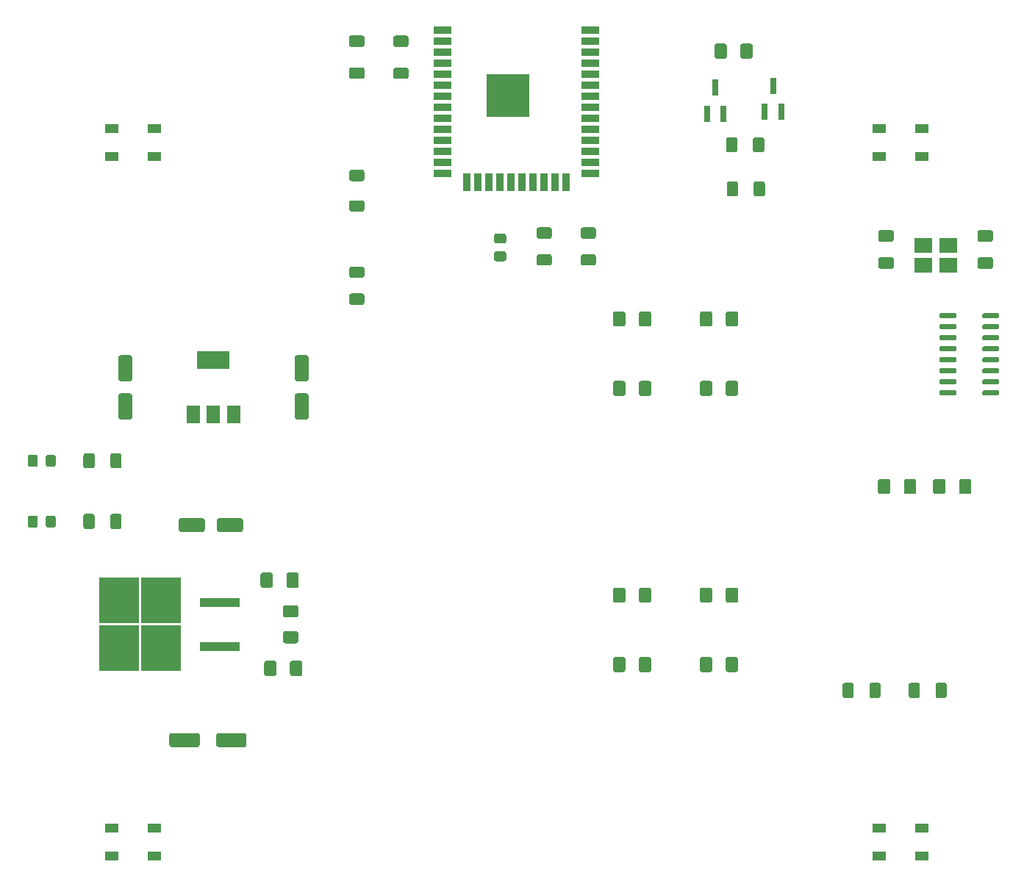
<source format=gtp>
G04 #@! TF.GenerationSoftware,KiCad,Pcbnew,(5.1.8)-1*
G04 #@! TF.CreationDate,2021-10-14T20:57:29+02:00*
G04 #@! TF.ProjectId,Elab car PCB,456c6162-2063-4617-9220-5043422e6b69,rev?*
G04 #@! TF.SameCoordinates,Original*
G04 #@! TF.FileFunction,Paste,Top*
G04 #@! TF.FilePolarity,Positive*
%FSLAX46Y46*%
G04 Gerber Fmt 4.6, Leading zero omitted, Abs format (unit mm)*
G04 Created by KiCad (PCBNEW (5.1.8)-1) date 2021-10-14 20:57:29*
%MOMM*%
%LPD*%
G01*
G04 APERTURE LIST*
%ADD10R,4.600000X1.100000*%
%ADD11R,4.550000X5.250000*%
%ADD12R,2.100000X1.800000*%
%ADD13R,5.000000X5.000000*%
%ADD14R,2.000000X0.900000*%
%ADD15R,0.900000X2.000000*%
%ADD16R,3.800000X2.000000*%
%ADD17R,1.500000X2.000000*%
%ADD18R,0.800000X1.900000*%
%ADD19R,1.500000X1.000000*%
G04 APERTURE END LIST*
G36*
G01*
X195285000Y-90020000D02*
X195285000Y-90320000D01*
G75*
G02*
X195135000Y-90470000I-150000J0D01*
G01*
X193485000Y-90470000D01*
G75*
G02*
X193335000Y-90320000I0J150000D01*
G01*
X193335000Y-90020000D01*
G75*
G02*
X193485000Y-89870000I150000J0D01*
G01*
X195135000Y-89870000D01*
G75*
G02*
X195285000Y-90020000I0J-150000D01*
G01*
G37*
G36*
G01*
X195285000Y-88750000D02*
X195285000Y-89050000D01*
G75*
G02*
X195135000Y-89200000I-150000J0D01*
G01*
X193485000Y-89200000D01*
G75*
G02*
X193335000Y-89050000I0J150000D01*
G01*
X193335000Y-88750000D01*
G75*
G02*
X193485000Y-88600000I150000J0D01*
G01*
X195135000Y-88600000D01*
G75*
G02*
X195285000Y-88750000I0J-150000D01*
G01*
G37*
G36*
G01*
X195285000Y-87480000D02*
X195285000Y-87780000D01*
G75*
G02*
X195135000Y-87930000I-150000J0D01*
G01*
X193485000Y-87930000D01*
G75*
G02*
X193335000Y-87780000I0J150000D01*
G01*
X193335000Y-87480000D01*
G75*
G02*
X193485000Y-87330000I150000J0D01*
G01*
X195135000Y-87330000D01*
G75*
G02*
X195285000Y-87480000I0J-150000D01*
G01*
G37*
G36*
G01*
X195285000Y-86210000D02*
X195285000Y-86510000D01*
G75*
G02*
X195135000Y-86660000I-150000J0D01*
G01*
X193485000Y-86660000D01*
G75*
G02*
X193335000Y-86510000I0J150000D01*
G01*
X193335000Y-86210000D01*
G75*
G02*
X193485000Y-86060000I150000J0D01*
G01*
X195135000Y-86060000D01*
G75*
G02*
X195285000Y-86210000I0J-150000D01*
G01*
G37*
G36*
G01*
X195285000Y-84940000D02*
X195285000Y-85240000D01*
G75*
G02*
X195135000Y-85390000I-150000J0D01*
G01*
X193485000Y-85390000D01*
G75*
G02*
X193335000Y-85240000I0J150000D01*
G01*
X193335000Y-84940000D01*
G75*
G02*
X193485000Y-84790000I150000J0D01*
G01*
X195135000Y-84790000D01*
G75*
G02*
X195285000Y-84940000I0J-150000D01*
G01*
G37*
G36*
G01*
X195285000Y-83670000D02*
X195285000Y-83970000D01*
G75*
G02*
X195135000Y-84120000I-150000J0D01*
G01*
X193485000Y-84120000D01*
G75*
G02*
X193335000Y-83970000I0J150000D01*
G01*
X193335000Y-83670000D01*
G75*
G02*
X193485000Y-83520000I150000J0D01*
G01*
X195135000Y-83520000D01*
G75*
G02*
X195285000Y-83670000I0J-150000D01*
G01*
G37*
G36*
G01*
X195285000Y-82400000D02*
X195285000Y-82700000D01*
G75*
G02*
X195135000Y-82850000I-150000J0D01*
G01*
X193485000Y-82850000D01*
G75*
G02*
X193335000Y-82700000I0J150000D01*
G01*
X193335000Y-82400000D01*
G75*
G02*
X193485000Y-82250000I150000J0D01*
G01*
X195135000Y-82250000D01*
G75*
G02*
X195285000Y-82400000I0J-150000D01*
G01*
G37*
G36*
G01*
X195285000Y-81130000D02*
X195285000Y-81430000D01*
G75*
G02*
X195135000Y-81580000I-150000J0D01*
G01*
X193485000Y-81580000D01*
G75*
G02*
X193335000Y-81430000I0J150000D01*
G01*
X193335000Y-81130000D01*
G75*
G02*
X193485000Y-80980000I150000J0D01*
G01*
X195135000Y-80980000D01*
G75*
G02*
X195285000Y-81130000I0J-150000D01*
G01*
G37*
G36*
G01*
X190335000Y-81130000D02*
X190335000Y-81430000D01*
G75*
G02*
X190185000Y-81580000I-150000J0D01*
G01*
X188535000Y-81580000D01*
G75*
G02*
X188385000Y-81430000I0J150000D01*
G01*
X188385000Y-81130000D01*
G75*
G02*
X188535000Y-80980000I150000J0D01*
G01*
X190185000Y-80980000D01*
G75*
G02*
X190335000Y-81130000I0J-150000D01*
G01*
G37*
G36*
G01*
X190335000Y-82400000D02*
X190335000Y-82700000D01*
G75*
G02*
X190185000Y-82850000I-150000J0D01*
G01*
X188535000Y-82850000D01*
G75*
G02*
X188385000Y-82700000I0J150000D01*
G01*
X188385000Y-82400000D01*
G75*
G02*
X188535000Y-82250000I150000J0D01*
G01*
X190185000Y-82250000D01*
G75*
G02*
X190335000Y-82400000I0J-150000D01*
G01*
G37*
G36*
G01*
X190335000Y-83670000D02*
X190335000Y-83970000D01*
G75*
G02*
X190185000Y-84120000I-150000J0D01*
G01*
X188535000Y-84120000D01*
G75*
G02*
X188385000Y-83970000I0J150000D01*
G01*
X188385000Y-83670000D01*
G75*
G02*
X188535000Y-83520000I150000J0D01*
G01*
X190185000Y-83520000D01*
G75*
G02*
X190335000Y-83670000I0J-150000D01*
G01*
G37*
G36*
G01*
X190335000Y-84940000D02*
X190335000Y-85240000D01*
G75*
G02*
X190185000Y-85390000I-150000J0D01*
G01*
X188535000Y-85390000D01*
G75*
G02*
X188385000Y-85240000I0J150000D01*
G01*
X188385000Y-84940000D01*
G75*
G02*
X188535000Y-84790000I150000J0D01*
G01*
X190185000Y-84790000D01*
G75*
G02*
X190335000Y-84940000I0J-150000D01*
G01*
G37*
G36*
G01*
X190335000Y-86210000D02*
X190335000Y-86510000D01*
G75*
G02*
X190185000Y-86660000I-150000J0D01*
G01*
X188535000Y-86660000D01*
G75*
G02*
X188385000Y-86510000I0J150000D01*
G01*
X188385000Y-86210000D01*
G75*
G02*
X188535000Y-86060000I150000J0D01*
G01*
X190185000Y-86060000D01*
G75*
G02*
X190335000Y-86210000I0J-150000D01*
G01*
G37*
G36*
G01*
X190335000Y-87480000D02*
X190335000Y-87780000D01*
G75*
G02*
X190185000Y-87930000I-150000J0D01*
G01*
X188535000Y-87930000D01*
G75*
G02*
X188385000Y-87780000I0J150000D01*
G01*
X188385000Y-87480000D01*
G75*
G02*
X188535000Y-87330000I150000J0D01*
G01*
X190185000Y-87330000D01*
G75*
G02*
X190335000Y-87480000I0J-150000D01*
G01*
G37*
G36*
G01*
X190335000Y-88750000D02*
X190335000Y-89050000D01*
G75*
G02*
X190185000Y-89200000I-150000J0D01*
G01*
X188535000Y-89200000D01*
G75*
G02*
X188385000Y-89050000I0J150000D01*
G01*
X188385000Y-88750000D01*
G75*
G02*
X188535000Y-88600000I150000J0D01*
G01*
X190185000Y-88600000D01*
G75*
G02*
X190335000Y-88750000I0J-150000D01*
G01*
G37*
G36*
G01*
X190335000Y-90020000D02*
X190335000Y-90320000D01*
G75*
G02*
X190185000Y-90470000I-150000J0D01*
G01*
X188535000Y-90470000D01*
G75*
G02*
X188385000Y-90320000I0J150000D01*
G01*
X188385000Y-90020000D01*
G75*
G02*
X188535000Y-89870000I150000J0D01*
G01*
X190185000Y-89870000D01*
G75*
G02*
X190335000Y-90020000I0J-150000D01*
G01*
G37*
D10*
X105470000Y-119380000D03*
X105470000Y-114300000D03*
D11*
X93895000Y-114065000D03*
X98745000Y-119615000D03*
X93895000Y-119615000D03*
X98745000Y-114065000D03*
G36*
G01*
X166882500Y-50175000D02*
X166882500Y-51425000D01*
G75*
G02*
X166632500Y-51675000I-250000J0D01*
G01*
X165707500Y-51675000D01*
G75*
G02*
X165457500Y-51425000I0J250000D01*
G01*
X165457500Y-50175000D01*
G75*
G02*
X165707500Y-49925000I250000J0D01*
G01*
X166632500Y-49925000D01*
G75*
G02*
X166882500Y-50175000I0J-250000D01*
G01*
G37*
G36*
G01*
X163907500Y-50175000D02*
X163907500Y-51425000D01*
G75*
G02*
X163657500Y-51675000I-250000J0D01*
G01*
X162732500Y-51675000D01*
G75*
G02*
X162482500Y-51425000I0J250000D01*
G01*
X162482500Y-50175000D01*
G75*
G02*
X162732500Y-49925000I250000J0D01*
G01*
X163657500Y-49925000D01*
G75*
G02*
X163907500Y-50175000I0J-250000D01*
G01*
G37*
G36*
G01*
X114595000Y-111135000D02*
X114595000Y-112385000D01*
G75*
G02*
X114345000Y-112635000I-250000J0D01*
G01*
X113420000Y-112635000D01*
G75*
G02*
X113170000Y-112385000I0J250000D01*
G01*
X113170000Y-111135000D01*
G75*
G02*
X113420000Y-110885000I250000J0D01*
G01*
X114345000Y-110885000D01*
G75*
G02*
X114595000Y-111135000I0J-250000D01*
G01*
G37*
G36*
G01*
X111620000Y-111135000D02*
X111620000Y-112385000D01*
G75*
G02*
X111370000Y-112635000I-250000J0D01*
G01*
X110445000Y-112635000D01*
G75*
G02*
X110195000Y-112385000I0J250000D01*
G01*
X110195000Y-111135000D01*
G75*
G02*
X110445000Y-110885000I250000J0D01*
G01*
X111370000Y-110885000D01*
G75*
G02*
X111620000Y-111135000I0J-250000D01*
G01*
G37*
G36*
G01*
X114290000Y-119040000D02*
X113040000Y-119040000D01*
G75*
G02*
X112790000Y-118790000I0J250000D01*
G01*
X112790000Y-117865000D01*
G75*
G02*
X113040000Y-117615000I250000J0D01*
G01*
X114290000Y-117615000D01*
G75*
G02*
X114540000Y-117865000I0J-250000D01*
G01*
X114540000Y-118790000D01*
G75*
G02*
X114290000Y-119040000I-250000J0D01*
G01*
G37*
G36*
G01*
X114290000Y-116065000D02*
X113040000Y-116065000D01*
G75*
G02*
X112790000Y-115815000I0J250000D01*
G01*
X112790000Y-114890000D01*
G75*
G02*
X113040000Y-114640000I250000J0D01*
G01*
X114290000Y-114640000D01*
G75*
G02*
X114540000Y-114890000I0J-250000D01*
G01*
X114540000Y-115815000D01*
G75*
G02*
X114290000Y-116065000I-250000J0D01*
G01*
G37*
G36*
G01*
X160800000Y-90286500D02*
X160800000Y-89036500D01*
G75*
G02*
X161050000Y-88786500I250000J0D01*
G01*
X161975000Y-88786500D01*
G75*
G02*
X162225000Y-89036500I0J-250000D01*
G01*
X162225000Y-90286500D01*
G75*
G02*
X161975000Y-90536500I-250000J0D01*
G01*
X161050000Y-90536500D01*
G75*
G02*
X160800000Y-90286500I0J250000D01*
G01*
G37*
G36*
G01*
X163775000Y-90286500D02*
X163775000Y-89036500D01*
G75*
G02*
X164025000Y-88786500I250000J0D01*
G01*
X164950000Y-88786500D01*
G75*
G02*
X165200000Y-89036500I0J-250000D01*
G01*
X165200000Y-90286500D01*
G75*
G02*
X164950000Y-90536500I-250000J0D01*
G01*
X164025000Y-90536500D01*
G75*
G02*
X163775000Y-90286500I0J250000D01*
G01*
G37*
G36*
G01*
X150800000Y-90286500D02*
X150800000Y-89036500D01*
G75*
G02*
X151050000Y-88786500I250000J0D01*
G01*
X151975000Y-88786500D01*
G75*
G02*
X152225000Y-89036500I0J-250000D01*
G01*
X152225000Y-90286500D01*
G75*
G02*
X151975000Y-90536500I-250000J0D01*
G01*
X151050000Y-90536500D01*
G75*
G02*
X150800000Y-90286500I0J250000D01*
G01*
G37*
G36*
G01*
X153775000Y-90286500D02*
X153775000Y-89036500D01*
G75*
G02*
X154025000Y-88786500I250000J0D01*
G01*
X154950000Y-88786500D01*
G75*
G02*
X155200000Y-89036500I0J-250000D01*
G01*
X155200000Y-90286500D01*
G75*
G02*
X154950000Y-90536500I-250000J0D01*
G01*
X154025000Y-90536500D01*
G75*
G02*
X153775000Y-90286500I0J250000D01*
G01*
G37*
G36*
G01*
X160800000Y-114100000D02*
X160800000Y-112850000D01*
G75*
G02*
X161050000Y-112600000I250000J0D01*
G01*
X161975000Y-112600000D01*
G75*
G02*
X162225000Y-112850000I0J-250000D01*
G01*
X162225000Y-114100000D01*
G75*
G02*
X161975000Y-114350000I-250000J0D01*
G01*
X161050000Y-114350000D01*
G75*
G02*
X160800000Y-114100000I0J250000D01*
G01*
G37*
G36*
G01*
X163775000Y-114100000D02*
X163775000Y-112850000D01*
G75*
G02*
X164025000Y-112600000I250000J0D01*
G01*
X164950000Y-112600000D01*
G75*
G02*
X165200000Y-112850000I0J-250000D01*
G01*
X165200000Y-114100000D01*
G75*
G02*
X164950000Y-114350000I-250000J0D01*
G01*
X164025000Y-114350000D01*
G75*
G02*
X163775000Y-114100000I0J250000D01*
G01*
G37*
G36*
G01*
X150800000Y-122100000D02*
X150800000Y-120850000D01*
G75*
G02*
X151050000Y-120600000I250000J0D01*
G01*
X151975000Y-120600000D01*
G75*
G02*
X152225000Y-120850000I0J-250000D01*
G01*
X152225000Y-122100000D01*
G75*
G02*
X151975000Y-122350000I-250000J0D01*
G01*
X151050000Y-122350000D01*
G75*
G02*
X150800000Y-122100000I0J250000D01*
G01*
G37*
G36*
G01*
X153775000Y-122100000D02*
X153775000Y-120850000D01*
G75*
G02*
X154025000Y-120600000I250000J0D01*
G01*
X154950000Y-120600000D01*
G75*
G02*
X155200000Y-120850000I0J-250000D01*
G01*
X155200000Y-122100000D01*
G75*
G02*
X154950000Y-122350000I-250000J0D01*
G01*
X154025000Y-122350000D01*
G75*
G02*
X153775000Y-122100000I0J250000D01*
G01*
G37*
G36*
G01*
X160800000Y-82286500D02*
X160800000Y-81036500D01*
G75*
G02*
X161050000Y-80786500I250000J0D01*
G01*
X161975000Y-80786500D01*
G75*
G02*
X162225000Y-81036500I0J-250000D01*
G01*
X162225000Y-82286500D01*
G75*
G02*
X161975000Y-82536500I-250000J0D01*
G01*
X161050000Y-82536500D01*
G75*
G02*
X160800000Y-82286500I0J250000D01*
G01*
G37*
G36*
G01*
X163775000Y-82286500D02*
X163775000Y-81036500D01*
G75*
G02*
X164025000Y-80786500I250000J0D01*
G01*
X164950000Y-80786500D01*
G75*
G02*
X165200000Y-81036500I0J-250000D01*
G01*
X165200000Y-82286500D01*
G75*
G02*
X164950000Y-82536500I-250000J0D01*
G01*
X164025000Y-82536500D01*
G75*
G02*
X163775000Y-82286500I0J250000D01*
G01*
G37*
G36*
G01*
X150800000Y-82286500D02*
X150800000Y-81036500D01*
G75*
G02*
X151050000Y-80786500I250000J0D01*
G01*
X151975000Y-80786500D01*
G75*
G02*
X152225000Y-81036500I0J-250000D01*
G01*
X152225000Y-82286500D01*
G75*
G02*
X151975000Y-82536500I-250000J0D01*
G01*
X151050000Y-82536500D01*
G75*
G02*
X150800000Y-82286500I0J250000D01*
G01*
G37*
G36*
G01*
X153775000Y-82286500D02*
X153775000Y-81036500D01*
G75*
G02*
X154025000Y-80786500I250000J0D01*
G01*
X154950000Y-80786500D01*
G75*
G02*
X155200000Y-81036500I0J-250000D01*
G01*
X155200000Y-82286500D01*
G75*
G02*
X154950000Y-82536500I-250000J0D01*
G01*
X154025000Y-82536500D01*
G75*
G02*
X153775000Y-82286500I0J250000D01*
G01*
G37*
G36*
G01*
X160800000Y-122100000D02*
X160800000Y-120850000D01*
G75*
G02*
X161050000Y-120600000I250000J0D01*
G01*
X161975000Y-120600000D01*
G75*
G02*
X162225000Y-120850000I0J-250000D01*
G01*
X162225000Y-122100000D01*
G75*
G02*
X161975000Y-122350000I-250000J0D01*
G01*
X161050000Y-122350000D01*
G75*
G02*
X160800000Y-122100000I0J250000D01*
G01*
G37*
G36*
G01*
X163775000Y-122100000D02*
X163775000Y-120850000D01*
G75*
G02*
X164025000Y-120600000I250000J0D01*
G01*
X164950000Y-120600000D01*
G75*
G02*
X165200000Y-120850000I0J-250000D01*
G01*
X165200000Y-122100000D01*
G75*
G02*
X164950000Y-122350000I-250000J0D01*
G01*
X164025000Y-122350000D01*
G75*
G02*
X163775000Y-122100000I0J250000D01*
G01*
G37*
G36*
G01*
X150800000Y-114100000D02*
X150800000Y-112850000D01*
G75*
G02*
X151050000Y-112600000I250000J0D01*
G01*
X151975000Y-112600000D01*
G75*
G02*
X152225000Y-112850000I0J-250000D01*
G01*
X152225000Y-114100000D01*
G75*
G02*
X151975000Y-114350000I-250000J0D01*
G01*
X151050000Y-114350000D01*
G75*
G02*
X150800000Y-114100000I0J250000D01*
G01*
G37*
G36*
G01*
X153775000Y-114100000D02*
X153775000Y-112850000D01*
G75*
G02*
X154025000Y-112600000I250000J0D01*
G01*
X154950000Y-112600000D01*
G75*
G02*
X155200000Y-112850000I0J-250000D01*
G01*
X155200000Y-114100000D01*
G75*
G02*
X154950000Y-114350000I-250000J0D01*
G01*
X154025000Y-114350000D01*
G75*
G02*
X153775000Y-114100000I0J250000D01*
G01*
G37*
G36*
G01*
X110612500Y-122545000D02*
X110612500Y-121295000D01*
G75*
G02*
X110862500Y-121045000I250000J0D01*
G01*
X111787500Y-121045000D01*
G75*
G02*
X112037500Y-121295000I0J-250000D01*
G01*
X112037500Y-122545000D01*
G75*
G02*
X111787500Y-122795000I-250000J0D01*
G01*
X110862500Y-122795000D01*
G75*
G02*
X110612500Y-122545000I0J250000D01*
G01*
G37*
G36*
G01*
X113587500Y-122545000D02*
X113587500Y-121295000D01*
G75*
G02*
X113837500Y-121045000I250000J0D01*
G01*
X114762500Y-121045000D01*
G75*
G02*
X115012500Y-121295000I0J-250000D01*
G01*
X115012500Y-122545000D01*
G75*
G02*
X114762500Y-122795000I-250000J0D01*
G01*
X113837500Y-122795000D01*
G75*
G02*
X113587500Y-122545000I0J250000D01*
G01*
G37*
G36*
G01*
X181315000Y-101590000D02*
X181315000Y-100340000D01*
G75*
G02*
X181565000Y-100090000I250000J0D01*
G01*
X182490000Y-100090000D01*
G75*
G02*
X182740000Y-100340000I0J-250000D01*
G01*
X182740000Y-101590000D01*
G75*
G02*
X182490000Y-101840000I-250000J0D01*
G01*
X181565000Y-101840000D01*
G75*
G02*
X181315000Y-101590000I0J250000D01*
G01*
G37*
G36*
G01*
X184290000Y-101590000D02*
X184290000Y-100340000D01*
G75*
G02*
X184540000Y-100090000I250000J0D01*
G01*
X185465000Y-100090000D01*
G75*
G02*
X185715000Y-100340000I0J-250000D01*
G01*
X185715000Y-101590000D01*
G75*
G02*
X185465000Y-101840000I-250000J0D01*
G01*
X184540000Y-101840000D01*
G75*
G02*
X184290000Y-101590000I0J250000D01*
G01*
G37*
D12*
X186510000Y-75445000D03*
X189410000Y-75445000D03*
X189410000Y-73145000D03*
X186510000Y-73145000D03*
D13*
X138700000Y-55887000D03*
D14*
X131200000Y-48387000D03*
X131200000Y-49657000D03*
X131200000Y-50927000D03*
X131200000Y-52197000D03*
X131200000Y-53467000D03*
X131200000Y-54737000D03*
X131200000Y-56007000D03*
X131200000Y-57277000D03*
X131200000Y-58547000D03*
X131200000Y-59817000D03*
X131200000Y-61087000D03*
X131200000Y-62357000D03*
X131200000Y-63627000D03*
X131200000Y-64897000D03*
D15*
X133985000Y-65897000D03*
X135255000Y-65897000D03*
X136525000Y-65897000D03*
X137795000Y-65897000D03*
X139065000Y-65897000D03*
X140335000Y-65897000D03*
X141605000Y-65897000D03*
X142875000Y-65897000D03*
X144145000Y-65897000D03*
X145415000Y-65897000D03*
D14*
X148200000Y-64897000D03*
X148200000Y-63627000D03*
X148200000Y-62357000D03*
X148200000Y-61087000D03*
X148200000Y-59817000D03*
X148200000Y-58547000D03*
X148200000Y-57277000D03*
X148200000Y-56007000D03*
X148200000Y-54737000D03*
X148200000Y-53467000D03*
X148200000Y-52197000D03*
X148200000Y-50927000D03*
X148200000Y-49657000D03*
X148200000Y-48387000D03*
D16*
X104775000Y-86360000D03*
D17*
X104775000Y-92660000D03*
X107075000Y-92660000D03*
X102475000Y-92660000D03*
G36*
G01*
X184845000Y-125085000D02*
X184845000Y-123835000D01*
G75*
G02*
X185095000Y-123585000I250000J0D01*
G01*
X185895000Y-123585000D01*
G75*
G02*
X186145000Y-123835000I0J-250000D01*
G01*
X186145000Y-125085000D01*
G75*
G02*
X185895000Y-125335000I-250000J0D01*
G01*
X185095000Y-125335000D01*
G75*
G02*
X184845000Y-125085000I0J250000D01*
G01*
G37*
G36*
G01*
X187945000Y-125085000D02*
X187945000Y-123835000D01*
G75*
G02*
X188195000Y-123585000I250000J0D01*
G01*
X188995000Y-123585000D01*
G75*
G02*
X189245000Y-123835000I0J-250000D01*
G01*
X189245000Y-125085000D01*
G75*
G02*
X188995000Y-125335000I-250000J0D01*
G01*
X188195000Y-125335000D01*
G75*
G02*
X187945000Y-125085000I0J250000D01*
G01*
G37*
G36*
G01*
X177225000Y-125085000D02*
X177225000Y-123835000D01*
G75*
G02*
X177475000Y-123585000I250000J0D01*
G01*
X178275000Y-123585000D01*
G75*
G02*
X178525000Y-123835000I0J-250000D01*
G01*
X178525000Y-125085000D01*
G75*
G02*
X178275000Y-125335000I-250000J0D01*
G01*
X177475000Y-125335000D01*
G75*
G02*
X177225000Y-125085000I0J250000D01*
G01*
G37*
G36*
G01*
X180325000Y-125085000D02*
X180325000Y-123835000D01*
G75*
G02*
X180575000Y-123585000I250000J0D01*
G01*
X181375000Y-123585000D01*
G75*
G02*
X181625000Y-123835000I0J-250000D01*
G01*
X181625000Y-125085000D01*
G75*
G02*
X181375000Y-125335000I-250000J0D01*
G01*
X180575000Y-125335000D01*
G75*
G02*
X180325000Y-125085000I0J250000D01*
G01*
G37*
G36*
G01*
X148580000Y-75505000D02*
X147330000Y-75505000D01*
G75*
G02*
X147080000Y-75255000I0J250000D01*
G01*
X147080000Y-74455000D01*
G75*
G02*
X147330000Y-74205000I250000J0D01*
G01*
X148580000Y-74205000D01*
G75*
G02*
X148830000Y-74455000I0J-250000D01*
G01*
X148830000Y-75255000D01*
G75*
G02*
X148580000Y-75505000I-250000J0D01*
G01*
G37*
G36*
G01*
X148580000Y-72405000D02*
X147330000Y-72405000D01*
G75*
G02*
X147080000Y-72155000I0J250000D01*
G01*
X147080000Y-71355000D01*
G75*
G02*
X147330000Y-71105000I250000J0D01*
G01*
X148580000Y-71105000D01*
G75*
G02*
X148830000Y-71355000I0J-250000D01*
G01*
X148830000Y-72155000D01*
G75*
G02*
X148580000Y-72405000I-250000J0D01*
G01*
G37*
G36*
G01*
X163890000Y-67300000D02*
X163890000Y-66050000D01*
G75*
G02*
X164140000Y-65800000I250000J0D01*
G01*
X164940000Y-65800000D01*
G75*
G02*
X165190000Y-66050000I0J-250000D01*
G01*
X165190000Y-67300000D01*
G75*
G02*
X164940000Y-67550000I-250000J0D01*
G01*
X164140000Y-67550000D01*
G75*
G02*
X163890000Y-67300000I0J250000D01*
G01*
G37*
G36*
G01*
X166990000Y-67300000D02*
X166990000Y-66050000D01*
G75*
G02*
X167240000Y-65800000I250000J0D01*
G01*
X168040000Y-65800000D01*
G75*
G02*
X168290000Y-66050000I0J-250000D01*
G01*
X168290000Y-67300000D01*
G75*
G02*
X168040000Y-67550000I-250000J0D01*
G01*
X167240000Y-67550000D01*
G75*
G02*
X166990000Y-67300000I0J250000D01*
G01*
G37*
G36*
G01*
X168215000Y-60970000D02*
X168215000Y-62220000D01*
G75*
G02*
X167965000Y-62470000I-250000J0D01*
G01*
X167165000Y-62470000D01*
G75*
G02*
X166915000Y-62220000I0J250000D01*
G01*
X166915000Y-60970000D01*
G75*
G02*
X167165000Y-60720000I250000J0D01*
G01*
X167965000Y-60720000D01*
G75*
G02*
X168215000Y-60970000I0J-250000D01*
G01*
G37*
G36*
G01*
X165115000Y-60970000D02*
X165115000Y-62220000D01*
G75*
G02*
X164865000Y-62470000I-250000J0D01*
G01*
X164065000Y-62470000D01*
G75*
G02*
X163815000Y-62220000I0J250000D01*
G01*
X163815000Y-60970000D01*
G75*
G02*
X164065000Y-60720000I250000J0D01*
G01*
X164865000Y-60720000D01*
G75*
G02*
X165115000Y-60970000I0J-250000D01*
G01*
G37*
G36*
G01*
X94200000Y-104375000D02*
X94200000Y-105625000D01*
G75*
G02*
X93950000Y-105875000I-250000J0D01*
G01*
X93150000Y-105875000D01*
G75*
G02*
X92900000Y-105625000I0J250000D01*
G01*
X92900000Y-104375000D01*
G75*
G02*
X93150000Y-104125000I250000J0D01*
G01*
X93950000Y-104125000D01*
G75*
G02*
X94200000Y-104375000I0J-250000D01*
G01*
G37*
G36*
G01*
X91100000Y-104375000D02*
X91100000Y-105625000D01*
G75*
G02*
X90850000Y-105875000I-250000J0D01*
G01*
X90050000Y-105875000D01*
G75*
G02*
X89800000Y-105625000I0J250000D01*
G01*
X89800000Y-104375000D01*
G75*
G02*
X90050000Y-104125000I250000J0D01*
G01*
X90850000Y-104125000D01*
G75*
G02*
X91100000Y-104375000I0J-250000D01*
G01*
G37*
G36*
G01*
X94200000Y-97375000D02*
X94200000Y-98625000D01*
G75*
G02*
X93950000Y-98875000I-250000J0D01*
G01*
X93150000Y-98875000D01*
G75*
G02*
X92900000Y-98625000I0J250000D01*
G01*
X92900000Y-97375000D01*
G75*
G02*
X93150000Y-97125000I250000J0D01*
G01*
X93950000Y-97125000D01*
G75*
G02*
X94200000Y-97375000I0J-250000D01*
G01*
G37*
G36*
G01*
X91100000Y-97375000D02*
X91100000Y-98625000D01*
G75*
G02*
X90850000Y-98875000I-250000J0D01*
G01*
X90050000Y-98875000D01*
G75*
G02*
X89800000Y-98625000I0J250000D01*
G01*
X89800000Y-97375000D01*
G75*
G02*
X90050000Y-97125000I250000J0D01*
G01*
X90850000Y-97125000D01*
G75*
G02*
X91100000Y-97375000I0J-250000D01*
G01*
G37*
G36*
G01*
X121910000Y-80025000D02*
X120660000Y-80025000D01*
G75*
G02*
X120410000Y-79775000I0J250000D01*
G01*
X120410000Y-78975000D01*
G75*
G02*
X120660000Y-78725000I250000J0D01*
G01*
X121910000Y-78725000D01*
G75*
G02*
X122160000Y-78975000I0J-250000D01*
G01*
X122160000Y-79775000D01*
G75*
G02*
X121910000Y-80025000I-250000J0D01*
G01*
G37*
G36*
G01*
X121910000Y-76925000D02*
X120660000Y-76925000D01*
G75*
G02*
X120410000Y-76675000I0J250000D01*
G01*
X120410000Y-75875000D01*
G75*
G02*
X120660000Y-75625000I250000J0D01*
G01*
X121910000Y-75625000D01*
G75*
G02*
X122160000Y-75875000I0J-250000D01*
G01*
X122160000Y-76675000D01*
G75*
G02*
X121910000Y-76925000I-250000J0D01*
G01*
G37*
G36*
G01*
X121910400Y-69285000D02*
X120659600Y-69285000D01*
G75*
G02*
X120410000Y-69035400I0J249600D01*
G01*
X120410000Y-68234600D01*
G75*
G02*
X120659600Y-67985000I249600J0D01*
G01*
X121910400Y-67985000D01*
G75*
G02*
X122160000Y-68234600I0J-249600D01*
G01*
X122160000Y-69035400D01*
G75*
G02*
X121910400Y-69285000I-249600J0D01*
G01*
G37*
G36*
G01*
X121910000Y-65775000D02*
X120660000Y-65775000D01*
G75*
G02*
X120410000Y-65525000I0J250000D01*
G01*
X120410000Y-64725000D01*
G75*
G02*
X120660000Y-64475000I250000J0D01*
G01*
X121910000Y-64475000D01*
G75*
G02*
X122160000Y-64725000I0J-250000D01*
G01*
X122160000Y-65525000D01*
G75*
G02*
X121910000Y-65775000I-250000J0D01*
G01*
G37*
G36*
G01*
X125739600Y-49007000D02*
X126990400Y-49007000D01*
G75*
G02*
X127240000Y-49256600I0J-249600D01*
G01*
X127240000Y-50057400D01*
G75*
G02*
X126990400Y-50307000I-249600J0D01*
G01*
X125739600Y-50307000D01*
G75*
G02*
X125490000Y-50057400I0J249600D01*
G01*
X125490000Y-49256600D01*
G75*
G02*
X125739600Y-49007000I249600J0D01*
G01*
G37*
G36*
G01*
X125740000Y-52690000D02*
X126990000Y-52690000D01*
G75*
G02*
X127240000Y-52940000I0J-250000D01*
G01*
X127240000Y-53740000D01*
G75*
G02*
X126990000Y-53990000I-250000J0D01*
G01*
X125740000Y-53990000D01*
G75*
G02*
X125490000Y-53740000I0J250000D01*
G01*
X125490000Y-52940000D01*
G75*
G02*
X125740000Y-52690000I250000J0D01*
G01*
G37*
G36*
G01*
X143500000Y-75505000D02*
X142250000Y-75505000D01*
G75*
G02*
X142000000Y-75255000I0J250000D01*
G01*
X142000000Y-74455000D01*
G75*
G02*
X142250000Y-74205000I250000J0D01*
G01*
X143500000Y-74205000D01*
G75*
G02*
X143750000Y-74455000I0J-250000D01*
G01*
X143750000Y-75255000D01*
G75*
G02*
X143500000Y-75505000I-250000J0D01*
G01*
G37*
G36*
G01*
X143500000Y-72405000D02*
X142250000Y-72405000D01*
G75*
G02*
X142000000Y-72155000I0J250000D01*
G01*
X142000000Y-71355000D01*
G75*
G02*
X142250000Y-71105000I250000J0D01*
G01*
X143500000Y-71105000D01*
G75*
G02*
X143750000Y-71355000I0J-250000D01*
G01*
X143750000Y-72155000D01*
G75*
G02*
X143500000Y-72405000I-250000J0D01*
G01*
G37*
D18*
X168280000Y-57785000D03*
X170180000Y-57785000D03*
X169230000Y-54785000D03*
X161610000Y-58015000D03*
X163510000Y-58015000D03*
X162560000Y-55015000D03*
G36*
G01*
X187665000Y-101590000D02*
X187665000Y-100340000D01*
G75*
G02*
X187915000Y-100090000I250000J0D01*
G01*
X188840000Y-100090000D01*
G75*
G02*
X189090000Y-100340000I0J-250000D01*
G01*
X189090000Y-101590000D01*
G75*
G02*
X188840000Y-101840000I-250000J0D01*
G01*
X187915000Y-101840000D01*
G75*
G02*
X187665000Y-101590000I0J250000D01*
G01*
G37*
G36*
G01*
X190640000Y-101590000D02*
X190640000Y-100340000D01*
G75*
G02*
X190890000Y-100090000I250000J0D01*
G01*
X191815000Y-100090000D01*
G75*
G02*
X192065000Y-100340000I0J-250000D01*
G01*
X192065000Y-101590000D01*
G75*
G02*
X191815000Y-101840000I-250000J0D01*
G01*
X190890000Y-101840000D01*
G75*
G02*
X190640000Y-101590000I0J250000D01*
G01*
G37*
G36*
G01*
X83400000Y-105450001D02*
X83400000Y-104549999D01*
G75*
G02*
X83649999Y-104300000I249999J0D01*
G01*
X84300001Y-104300000D01*
G75*
G02*
X84550000Y-104549999I0J-249999D01*
G01*
X84550000Y-105450001D01*
G75*
G02*
X84300001Y-105700000I-249999J0D01*
G01*
X83649999Y-105700000D01*
G75*
G02*
X83400000Y-105450001I0J249999D01*
G01*
G37*
G36*
G01*
X85450000Y-105450001D02*
X85450000Y-104549999D01*
G75*
G02*
X85699999Y-104300000I249999J0D01*
G01*
X86350001Y-104300000D01*
G75*
G02*
X86600000Y-104549999I0J-249999D01*
G01*
X86600000Y-105450001D01*
G75*
G02*
X86350001Y-105700000I-249999J0D01*
G01*
X85699999Y-105700000D01*
G75*
G02*
X85450000Y-105450001I0J249999D01*
G01*
G37*
G36*
G01*
X83400000Y-98450001D02*
X83400000Y-97549999D01*
G75*
G02*
X83649999Y-97300000I249999J0D01*
G01*
X84300001Y-97300000D01*
G75*
G02*
X84550000Y-97549999I0J-249999D01*
G01*
X84550000Y-98450001D01*
G75*
G02*
X84300001Y-98700000I-249999J0D01*
G01*
X83649999Y-98700000D01*
G75*
G02*
X83400000Y-98450001I0J249999D01*
G01*
G37*
G36*
G01*
X85450000Y-98450001D02*
X85450000Y-97549999D01*
G75*
G02*
X85699999Y-97300000I249999J0D01*
G01*
X86350001Y-97300000D01*
G75*
G02*
X86600000Y-97549999I0J-249999D01*
G01*
X86600000Y-98450001D01*
G75*
G02*
X86350001Y-98700000I-249999J0D01*
G01*
X85699999Y-98700000D01*
G75*
G02*
X85450000Y-98450001I0J249999D01*
G01*
G37*
G36*
G01*
X138245001Y-75015000D02*
X137344999Y-75015000D01*
G75*
G02*
X137095000Y-74765001I0J249999D01*
G01*
X137095000Y-74114999D01*
G75*
G02*
X137344999Y-73865000I249999J0D01*
G01*
X138245001Y-73865000D01*
G75*
G02*
X138495000Y-74114999I0J-249999D01*
G01*
X138495000Y-74765001D01*
G75*
G02*
X138245001Y-75015000I-249999J0D01*
G01*
G37*
G36*
G01*
X138245001Y-72965000D02*
X137344999Y-72965000D01*
G75*
G02*
X137095000Y-72715001I0J249999D01*
G01*
X137095000Y-72064999D01*
G75*
G02*
X137344999Y-71815000I249999J0D01*
G01*
X138245001Y-71815000D01*
G75*
G02*
X138495000Y-72064999I0J-249999D01*
G01*
X138495000Y-72715001D01*
G75*
G02*
X138245001Y-72965000I-249999J0D01*
G01*
G37*
D19*
X186350000Y-62900000D03*
X186350000Y-59700000D03*
X181450000Y-62900000D03*
X181450000Y-59700000D03*
X186350000Y-143500000D03*
X186350000Y-140300000D03*
X181450000Y-143500000D03*
X181450000Y-140300000D03*
X97950000Y-143500000D03*
X97950000Y-140300000D03*
X93050000Y-143500000D03*
X93050000Y-140300000D03*
X97950000Y-62900000D03*
X97950000Y-59700000D03*
X93050000Y-62900000D03*
X93050000Y-59700000D03*
G36*
G01*
X121935001Y-54002500D02*
X120634999Y-54002500D01*
G75*
G02*
X120385000Y-53752501I0J249999D01*
G01*
X120385000Y-52927499D01*
G75*
G02*
X120634999Y-52677500I249999J0D01*
G01*
X121935001Y-52677500D01*
G75*
G02*
X122185000Y-52927499I0J-249999D01*
G01*
X122185000Y-53752501D01*
G75*
G02*
X121935001Y-54002500I-249999J0D01*
G01*
G37*
G36*
G01*
X121934575Y-50319500D02*
X120635425Y-50319500D01*
G75*
G02*
X120385000Y-50069075I0J250425D01*
G01*
X120385000Y-49244925D01*
G75*
G02*
X120635425Y-48994500I250425J0D01*
G01*
X121934575Y-48994500D01*
G75*
G02*
X122185000Y-49244925I0J-250425D01*
G01*
X122185000Y-50069075D01*
G75*
G02*
X121934575Y-50319500I-250425J0D01*
G01*
G37*
G36*
G01*
X108180000Y-104860000D02*
X108180000Y-105960000D01*
G75*
G02*
X107930000Y-106210000I-250000J0D01*
G01*
X105430000Y-106210000D01*
G75*
G02*
X105180000Y-105960000I0J250000D01*
G01*
X105180000Y-104860000D01*
G75*
G02*
X105430000Y-104610000I250000J0D01*
G01*
X107930000Y-104610000D01*
G75*
G02*
X108180000Y-104860000I0J-250000D01*
G01*
G37*
G36*
G01*
X103780000Y-104860000D02*
X103780000Y-105960000D01*
G75*
G02*
X103530000Y-106210000I-250000J0D01*
G01*
X101030000Y-106210000D01*
G75*
G02*
X100780000Y-105960000I0J250000D01*
G01*
X100780000Y-104860000D01*
G75*
G02*
X101030000Y-104610000I250000J0D01*
G01*
X103530000Y-104610000D01*
G75*
G02*
X103780000Y-104860000I0J-250000D01*
G01*
G37*
G36*
G01*
X108590000Y-129625000D02*
X108590000Y-130725000D01*
G75*
G02*
X108340000Y-130975000I-250000J0D01*
G01*
X105340000Y-130975000D01*
G75*
G02*
X105090000Y-130725000I0J250000D01*
G01*
X105090000Y-129625000D01*
G75*
G02*
X105340000Y-129375000I250000J0D01*
G01*
X108340000Y-129375000D01*
G75*
G02*
X108590000Y-129625000I0J-250000D01*
G01*
G37*
G36*
G01*
X103190000Y-129625000D02*
X103190000Y-130725000D01*
G75*
G02*
X102940000Y-130975000I-250000J0D01*
G01*
X99940000Y-130975000D01*
G75*
G02*
X99690000Y-130725000I0J250000D01*
G01*
X99690000Y-129625000D01*
G75*
G02*
X99940000Y-129375000I250000J0D01*
G01*
X102940000Y-129375000D01*
G75*
G02*
X103190000Y-129625000I0J-250000D01*
G01*
G37*
G36*
G01*
X95165000Y-93235000D02*
X94065000Y-93235000D01*
G75*
G02*
X93815000Y-92985000I0J250000D01*
G01*
X93815000Y-90485000D01*
G75*
G02*
X94065000Y-90235000I250000J0D01*
G01*
X95165000Y-90235000D01*
G75*
G02*
X95415000Y-90485000I0J-250000D01*
G01*
X95415000Y-92985000D01*
G75*
G02*
X95165000Y-93235000I-250000J0D01*
G01*
G37*
G36*
G01*
X95165000Y-88835000D02*
X94065000Y-88835000D01*
G75*
G02*
X93815000Y-88585000I0J250000D01*
G01*
X93815000Y-86085000D01*
G75*
G02*
X94065000Y-85835000I250000J0D01*
G01*
X95165000Y-85835000D01*
G75*
G02*
X95415000Y-86085000I0J-250000D01*
G01*
X95415000Y-88585000D01*
G75*
G02*
X95165000Y-88835000I-250000J0D01*
G01*
G37*
G36*
G01*
X115485000Y-93235000D02*
X114385000Y-93235000D01*
G75*
G02*
X114135000Y-92985000I0J250000D01*
G01*
X114135000Y-90485000D01*
G75*
G02*
X114385000Y-90235000I250000J0D01*
G01*
X115485000Y-90235000D01*
G75*
G02*
X115735000Y-90485000I0J-250000D01*
G01*
X115735000Y-92985000D01*
G75*
G02*
X115485000Y-93235000I-250000J0D01*
G01*
G37*
G36*
G01*
X115485000Y-88835000D02*
X114385000Y-88835000D01*
G75*
G02*
X114135000Y-88585000I0J250000D01*
G01*
X114135000Y-86085000D01*
G75*
G02*
X114385000Y-85835000I250000J0D01*
G01*
X115485000Y-85835000D01*
G75*
G02*
X115735000Y-86085000I0J-250000D01*
G01*
X115735000Y-88585000D01*
G75*
G02*
X115485000Y-88835000I-250000J0D01*
G01*
G37*
G36*
G01*
X193024999Y-71435000D02*
X194325001Y-71435000D01*
G75*
G02*
X194575000Y-71684999I0J-249999D01*
G01*
X194575000Y-72510001D01*
G75*
G02*
X194325001Y-72760000I-249999J0D01*
G01*
X193024999Y-72760000D01*
G75*
G02*
X192775000Y-72510001I0J249999D01*
G01*
X192775000Y-71684999D01*
G75*
G02*
X193024999Y-71435000I249999J0D01*
G01*
G37*
G36*
G01*
X193024999Y-74560000D02*
X194325001Y-74560000D01*
G75*
G02*
X194575000Y-74809999I0J-249999D01*
G01*
X194575000Y-75635001D01*
G75*
G02*
X194325001Y-75885000I-249999J0D01*
G01*
X193024999Y-75885000D01*
G75*
G02*
X192775000Y-75635001I0J249999D01*
G01*
X192775000Y-74809999D01*
G75*
G02*
X193024999Y-74560000I249999J0D01*
G01*
G37*
G36*
G01*
X182895001Y-75885000D02*
X181594999Y-75885000D01*
G75*
G02*
X181345000Y-75635001I0J249999D01*
G01*
X181345000Y-74809999D01*
G75*
G02*
X181594999Y-74560000I249999J0D01*
G01*
X182895001Y-74560000D01*
G75*
G02*
X183145000Y-74809999I0J-249999D01*
G01*
X183145000Y-75635001D01*
G75*
G02*
X182895001Y-75885000I-249999J0D01*
G01*
G37*
G36*
G01*
X182895001Y-72760000D02*
X181594999Y-72760000D01*
G75*
G02*
X181345000Y-72510001I0J249999D01*
G01*
X181345000Y-71684999D01*
G75*
G02*
X181594999Y-71435000I249999J0D01*
G01*
X182895001Y-71435000D01*
G75*
G02*
X183145000Y-71684999I0J-249999D01*
G01*
X183145000Y-72510001D01*
G75*
G02*
X182895001Y-72760000I-249999J0D01*
G01*
G37*
M02*

</source>
